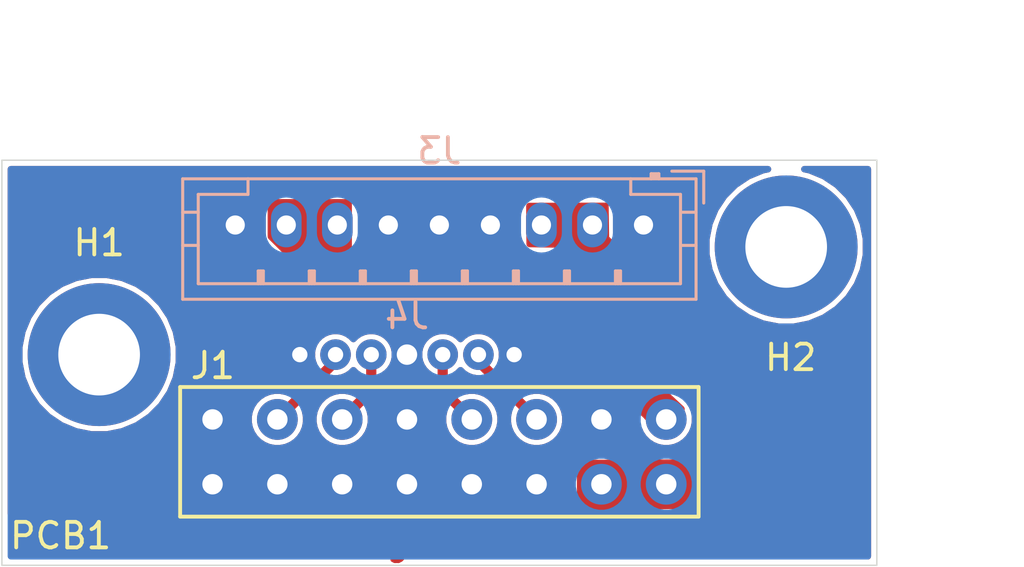
<source format=kicad_pcb>
(kicad_pcb (version 20171130) (host pcbnew 5.1.5-52549c5~86~ubuntu18.04.1)

  (general
    (thickness 0.5)
    (drawings 6)
    (tracks 8)
    (zones 0)
    (modules 6)
    (nets 8)
  )

  (page A4)
  (layers
    (0 F.Cu signal hide)
    (31 B.Cu signal hide)
    (32 B.Adhes user hide)
    (33 F.Adhes user hide)
    (34 B.Paste user hide)
    (35 F.Paste user hide)
    (36 B.SilkS user hide)
    (37 F.SilkS user)
    (38 B.Mask user hide)
    (39 F.Mask user)
    (40 Dwgs.User user)
    (41 Cmts.User user hide)
    (42 Eco1.User user hide)
    (43 Eco2.User user hide)
    (44 Edge.Cuts user)
    (45 Margin user hide)
    (46 B.CrtYd user hide)
    (47 F.CrtYd user)
    (48 B.Fab user hide)
    (49 F.Fab user)
  )

  (setup
    (last_trace_width 0.25)
    (trace_clearance 0.2)
    (zone_clearance 0.2)
    (zone_45_only no)
    (trace_min 0.2)
    (via_size 0.8)
    (via_drill 0.4)
    (via_min_size 0.4)
    (via_min_drill 0.3)
    (uvia_size 0.3)
    (uvia_drill 0.1)
    (uvias_allowed no)
    (uvia_min_size 0.2)
    (uvia_min_drill 0.1)
    (edge_width 0.05)
    (segment_width 0.2)
    (pcb_text_width 0.3)
    (pcb_text_size 1.5 1.5)
    (mod_edge_width 0.12)
    (mod_text_size 1 1)
    (mod_text_width 0.15)
    (pad_size 5.6 5.6)
    (pad_drill 3.2)
    (pad_to_mask_clearance 0.051)
    (solder_mask_min_width 0.25)
    (aux_axis_origin 0 0)
    (visible_elements FFFFFF7F)
    (pcbplotparams
      (layerselection 0x00030_7ffffffe)
      (usegerberextensions false)
      (usegerberattributes false)
      (usegerberadvancedattributes false)
      (creategerberjobfile false)
      (excludeedgelayer true)
      (linewidth 0.100000)
      (plotframeref true)
      (viasonmask false)
      (mode 1)
      (useauxorigin false)
      (hpglpennumber 1)
      (hpglpenspeed 20)
      (hpglpendiameter 15.000000)
      (psnegative false)
      (psa4output false)
      (plotreference true)
      (plotvalue true)
      (plotinvisibletext false)
      (padsonsilk false)
      (subtractmaskfromsilk false)
      (outputformat 4)
      (mirror false)
      (drillshape 0)
      (scaleselection 1)
      (outputdirectory "fabrication/"))
  )

  (net 0 "")
  (net 1 /Cable_Tx+)
  (net 2 /Cable_Tx-)
  (net 3 /Cable_Rx+)
  (net 4 /Cable_Rx-)
  (net 5 GNDA)
  (net 6 +12VA)
  (net 7 +5VA)

  (net_class Default "This is the default net class."
    (clearance 0.2)
    (trace_width 0.25)
    (via_dia 0.8)
    (via_drill 0.4)
    (uvia_dia 0.3)
    (uvia_drill 0.1)
    (add_net +12VA)
    (add_net +5VA)
    (add_net GNDA)
  )

  (net_class SATA_DIFF ""
    (clearance 0.2)
    (trace_width 0.4)
    (via_dia 0.8)
    (via_drill 0.4)
    (uvia_dia 0.3)
    (uvia_drill 0.1)
    (diff_pair_width 0.2)
    (diff_pair_gap 0.2)
    (add_net /Cable_Rx+)
    (add_net /Cable_Rx-)
    (add_net /Cable_Tx+)
    (add_net /Cable_Tx-)
  )

  (module G7_Labels:BaSe_SATA_Adapter_Carriage_V1_0 (layer F.Cu) (tedit 5EA49564) (tstamp 5EA4EE6F)
    (at 146.85264 65.09258)
    (path /5E8F10DB)
    (fp_text reference PCB1 (at -8.02894 -0.84328) (layer F.SilkS)
      (effects (font (size 1 1) (thickness 0.15)))
    )
    (fp_text value BaSe_SATA_SpringConn_V1_0 (at 7.57936 1.45542) (layer F.Fab)
      (effects (font (size 1 1) (thickness 0.15)))
    )
    (fp_text user BaSe_SATA_ADPT_Crg_V1_0 (at 0 -0.635) (layer F.Cu)
      (effects (font (size 1 1) (thickness 0.15)))
    )
    (fp_text user BaSe_SATA_ADPT_Car_V1_0 (at 0 -0.635) (layer F.Cu)
      (effects (font (size 1 1) (thickness 0.15)))
    )
  )

  (module Connector_JST:JST_PH_B9B-PH-K_1x09_P2.00mm_Vertical (layer B.Cu) (tedit 5B7745C2) (tstamp 5E8E8B16)
    (at 161.67 52.07 180)
    (descr "JST PH series connector, B9B-PH-K (http://www.jst-mfg.com/product/pdf/eng/ePH.pdf), generated with kicad-footprint-generator")
    (tags "connector JST PH side entry")
    (path /5EA11095)
    (fp_text reference J3 (at 8 2.9) (layer B.SilkS)
      (effects (font (size 1 1) (thickness 0.15)) (justify mirror))
    )
    (fp_text value Conn_01x09 (at 8 -4) (layer B.Fab)
      (effects (font (size 1 1) (thickness 0.15)) (justify mirror))
    )
    (fp_text user %R (at 8.635 -2.54) (layer B.Fab)
      (effects (font (size 1 1) (thickness 0.15)) (justify mirror))
    )
    (fp_line (start 18.45 2.2) (end -2.45 2.2) (layer B.CrtYd) (width 0.05))
    (fp_line (start 18.45 -3.3) (end 18.45 2.2) (layer B.CrtYd) (width 0.05))
    (fp_line (start -2.45 -3.3) (end 18.45 -3.3) (layer B.CrtYd) (width 0.05))
    (fp_line (start -2.45 2.2) (end -2.45 -3.3) (layer B.CrtYd) (width 0.05))
    (fp_line (start 17.95 1.7) (end -1.95 1.7) (layer B.Fab) (width 0.1))
    (fp_line (start 17.95 -2.8) (end 17.95 1.7) (layer B.Fab) (width 0.1))
    (fp_line (start -1.95 -2.8) (end 17.95 -2.8) (layer B.Fab) (width 0.1))
    (fp_line (start -1.95 1.7) (end -1.95 -2.8) (layer B.Fab) (width 0.1))
    (fp_line (start -2.36 2.11) (end -2.36 0.86) (layer B.Fab) (width 0.1))
    (fp_line (start -1.11 2.11) (end -2.36 2.11) (layer B.Fab) (width 0.1))
    (fp_line (start -2.36 2.11) (end -2.36 0.86) (layer B.SilkS) (width 0.12))
    (fp_line (start -1.11 2.11) (end -2.36 2.11) (layer B.SilkS) (width 0.12))
    (fp_line (start 15 -2.3) (end 15 -1.8) (layer B.SilkS) (width 0.12))
    (fp_line (start 15.1 -1.8) (end 15.1 -2.3) (layer B.SilkS) (width 0.12))
    (fp_line (start 14.9 -1.8) (end 15.1 -1.8) (layer B.SilkS) (width 0.12))
    (fp_line (start 14.9 -2.3) (end 14.9 -1.8) (layer B.SilkS) (width 0.12))
    (fp_line (start 13 -2.3) (end 13 -1.8) (layer B.SilkS) (width 0.12))
    (fp_line (start 13.1 -1.8) (end 13.1 -2.3) (layer B.SilkS) (width 0.12))
    (fp_line (start 12.9 -1.8) (end 13.1 -1.8) (layer B.SilkS) (width 0.12))
    (fp_line (start 12.9 -2.3) (end 12.9 -1.8) (layer B.SilkS) (width 0.12))
    (fp_line (start 11 -2.3) (end 11 -1.8) (layer B.SilkS) (width 0.12))
    (fp_line (start 11.1 -1.8) (end 11.1 -2.3) (layer B.SilkS) (width 0.12))
    (fp_line (start 10.9 -1.8) (end 11.1 -1.8) (layer B.SilkS) (width 0.12))
    (fp_line (start 10.9 -2.3) (end 10.9 -1.8) (layer B.SilkS) (width 0.12))
    (fp_line (start 9 -2.3) (end 9 -1.8) (layer B.SilkS) (width 0.12))
    (fp_line (start 9.1 -1.8) (end 9.1 -2.3) (layer B.SilkS) (width 0.12))
    (fp_line (start 8.9 -1.8) (end 9.1 -1.8) (layer B.SilkS) (width 0.12))
    (fp_line (start 8.9 -2.3) (end 8.9 -1.8) (layer B.SilkS) (width 0.12))
    (fp_line (start 7 -2.3) (end 7 -1.8) (layer B.SilkS) (width 0.12))
    (fp_line (start 7.1 -1.8) (end 7.1 -2.3) (layer B.SilkS) (width 0.12))
    (fp_line (start 6.9 -1.8) (end 7.1 -1.8) (layer B.SilkS) (width 0.12))
    (fp_line (start 6.9 -2.3) (end 6.9 -1.8) (layer B.SilkS) (width 0.12))
    (fp_line (start 5 -2.3) (end 5 -1.8) (layer B.SilkS) (width 0.12))
    (fp_line (start 5.1 -1.8) (end 5.1 -2.3) (layer B.SilkS) (width 0.12))
    (fp_line (start 4.9 -1.8) (end 5.1 -1.8) (layer B.SilkS) (width 0.12))
    (fp_line (start 4.9 -2.3) (end 4.9 -1.8) (layer B.SilkS) (width 0.12))
    (fp_line (start 3 -2.3) (end 3 -1.8) (layer B.SilkS) (width 0.12))
    (fp_line (start 3.1 -1.8) (end 3.1 -2.3) (layer B.SilkS) (width 0.12))
    (fp_line (start 2.9 -1.8) (end 3.1 -1.8) (layer B.SilkS) (width 0.12))
    (fp_line (start 2.9 -2.3) (end 2.9 -1.8) (layer B.SilkS) (width 0.12))
    (fp_line (start 1 -2.3) (end 1 -1.8) (layer B.SilkS) (width 0.12))
    (fp_line (start 1.1 -1.8) (end 1.1 -2.3) (layer B.SilkS) (width 0.12))
    (fp_line (start 0.9 -1.8) (end 1.1 -1.8) (layer B.SilkS) (width 0.12))
    (fp_line (start 0.9 -2.3) (end 0.9 -1.8) (layer B.SilkS) (width 0.12))
    (fp_line (start 18.06 -0.8) (end 17.45 -0.8) (layer B.SilkS) (width 0.12))
    (fp_line (start 18.06 0.5) (end 17.45 0.5) (layer B.SilkS) (width 0.12))
    (fp_line (start -2.06 -0.8) (end -1.45 -0.8) (layer B.SilkS) (width 0.12))
    (fp_line (start -2.06 0.5) (end -1.45 0.5) (layer B.SilkS) (width 0.12))
    (fp_line (start 15.5 1.2) (end 15.5 1.81) (layer B.SilkS) (width 0.12))
    (fp_line (start 17.45 1.2) (end 15.5 1.2) (layer B.SilkS) (width 0.12))
    (fp_line (start 17.45 -2.3) (end 17.45 1.2) (layer B.SilkS) (width 0.12))
    (fp_line (start -1.45 -2.3) (end 17.45 -2.3) (layer B.SilkS) (width 0.12))
    (fp_line (start -1.45 1.2) (end -1.45 -2.3) (layer B.SilkS) (width 0.12))
    (fp_line (start 0.5 1.2) (end -1.45 1.2) (layer B.SilkS) (width 0.12))
    (fp_line (start 0.5 1.81) (end 0.5 1.2) (layer B.SilkS) (width 0.12))
    (fp_line (start -0.3 1.91) (end -0.6 1.91) (layer B.SilkS) (width 0.12))
    (fp_line (start -0.6 2.01) (end -0.6 1.81) (layer B.SilkS) (width 0.12))
    (fp_line (start -0.3 2.01) (end -0.6 2.01) (layer B.SilkS) (width 0.12))
    (fp_line (start -0.3 1.81) (end -0.3 2.01) (layer B.SilkS) (width 0.12))
    (fp_line (start 18.06 1.81) (end -2.06 1.81) (layer B.SilkS) (width 0.12))
    (fp_line (start 18.06 -2.91) (end 18.06 1.81) (layer B.SilkS) (width 0.12))
    (fp_line (start -2.06 -2.91) (end 18.06 -2.91) (layer B.SilkS) (width 0.12))
    (fp_line (start -2.06 1.81) (end -2.06 -2.91) (layer B.SilkS) (width 0.12))
    (pad 9 thru_hole oval (at 16 0 180) (size 1.2 1.75) (drill 0.75) (layers *.Cu *.Mask)
      (net 5 GNDA))
    (pad 8 thru_hole oval (at 14 0 180) (size 1.2 1.75) (drill 0.75) (layers *.Cu *.Mask)
      (net 7 +5VA))
    (pad 7 thru_hole oval (at 12 0 180) (size 1.2 1.75) (drill 0.75) (layers *.Cu *.Mask)
      (net 7 +5VA))
    (pad 6 thru_hole oval (at 10 0 180) (size 1.2 1.75) (drill 0.75) (layers *.Cu *.Mask)
      (net 5 GNDA))
    (pad 5 thru_hole oval (at 8 0 180) (size 1.2 1.75) (drill 0.75) (layers *.Cu *.Mask)
      (net 5 GNDA))
    (pad 4 thru_hole oval (at 6 0 180) (size 1.2 1.75) (drill 0.75) (layers *.Cu *.Mask)
      (net 5 GNDA))
    (pad 3 thru_hole oval (at 4 0 180) (size 1.2 1.75) (drill 0.75) (layers *.Cu *.Mask)
      (net 6 +12VA))
    (pad 2 thru_hole oval (at 2 0 180) (size 1.2 1.75) (drill 0.75) (layers *.Cu *.Mask)
      (net 6 +12VA))
    (pad 1 thru_hole roundrect (at 0 0 180) (size 1.2 1.75) (drill 0.75) (layers *.Cu *.Mask) (roundrect_rratio 0.208333)
      (net 5 GNDA))
    (model ${KISYS3DMOD}/Connector_JST.3dshapes/JST_PH_B9B-PH-K_1x09_P2.00mm_Vertical.wrl
      (at (xyz 0 0 0))
      (scale (xyz 1 1 1))
      (rotate (xyz 0 0 0))
    )
  )

  (module G7_Custom:Conn_Spring_Counterpart_MaxMill_823-22-016-10-0001101 (layer F.Cu) (tedit 5EA1E817) (tstamp 5E8E74D2)
    (at 153.67 60.96 270)
    (path /5E96C9B7)
    (fp_text reference J1 (at -3.3782 8.8773 180) (layer F.SilkS)
      (effects (font (size 1 1) (thickness 0.15)))
    )
    (fp_text value Conn_02x08_Odd_Even (at -0.635 -12.065 90) (layer F.Fab) hide
      (effects (font (size 1 1) (thickness 0.15)))
    )
    (fp_line (start -2.54 -10.16) (end 2.54 -10.16) (layer F.SilkS) (width 0.15))
    (fp_line (start -2.54 -10.16) (end -2.54 10.16) (layer F.SilkS) (width 0.15))
    (fp_line (start -2.54 10.16) (end 2.54 10.16) (layer F.SilkS) (width 0.15))
    (fp_line (start 2.54 10.16) (end 2.54 -10.16) (layer F.SilkS) (width 0.15))
    (fp_line (start -2.54 -10.16) (end -2.54 10.16) (layer F.Fab) (width 0.12))
    (fp_line (start -2.54 10.16) (end 2.54 10.16) (layer F.Fab) (width 0.12))
    (fp_line (start 2.54 10.16) (end 2.54 -10.16) (layer F.Fab) (width 0.12))
    (fp_line (start 2.54 -10.16) (end -2.54 -10.16) (layer F.Fab) (width 0.12))
    (fp_line (start -2.54 -10.16) (end -2.54 -9.525) (layer F.Fab) (width 0.12))
    (fp_line (start -2.54 -9.525) (end -1.905 -10.16) (layer F.Fab) (width 0.12))
    (pad 1 thru_hole circle (at -1.27 -8.89 180) (size 1.6 1.6) (drill 0.8) (layers *.Cu *.Mask)
      (net 7 +5VA))
    (pad 2 thru_hole circle (at 1.27 -8.89 180) (size 1.6 1.6) (drill 0.8) (layers *.Cu *.Mask)
      (net 6 +12VA))
    (pad 3 thru_hole circle (at -1.27 -6.35 180) (size 1.6 1.6) (drill 0.8) (layers *.Cu *.Mask)
      (net 5 GNDA))
    (pad 4 thru_hole circle (at 1.27 -6.35 180) (size 1.6 1.6) (drill 0.8) (layers *.Cu *.Mask)
      (net 6 +12VA))
    (pad 5 thru_hole circle (at -1.27 -3.81 180) (size 1.6 1.6) (drill 0.8) (layers *.Cu *.Mask)
      (net 3 /Cable_Rx+))
    (pad 6 thru_hole circle (at 1.27 -3.81 180) (size 1.6 1.6) (drill 0.8) (layers *.Cu *.Mask)
      (net 5 GNDA))
    (pad 7 thru_hole circle (at -1.27 -1.27 180) (size 1.6 1.6) (drill 0.8) (layers *.Cu *.Mask)
      (net 4 /Cable_Rx-))
    (pad 8 thru_hole circle (at 1.27 -1.27 180) (size 1.6 1.6) (drill 0.8) (layers *.Cu *.Mask)
      (net 5 GNDA))
    (pad 9 thru_hole circle (at -1.27 1.27 180) (size 1.6 1.6) (drill 0.8) (layers *.Cu *.Mask)
      (net 5 GNDA))
    (pad 10 thru_hole circle (at 1.27 1.27 180) (size 1.6 1.6) (drill 0.8) (layers *.Cu *.Mask)
      (net 5 GNDA))
    (pad 11 thru_hole circle (at -1.27 3.81 180) (size 1.6 1.6) (drill 0.8) (layers *.Cu *.Mask)
      (net 2 /Cable_Tx-))
    (pad 12 thru_hole circle (at 1.27 3.81 180) (size 1.6 1.6) (drill 0.8) (layers *.Cu *.Mask)
      (net 5 GNDA))
    (pad 13 thru_hole circle (at -1.27 6.35 180) (size 1.6 1.6) (drill 0.8) (layers *.Cu *.Mask)
      (net 1 /Cable_Tx+))
    (pad 14 thru_hole circle (at 1.27 6.35 180) (size 1.6 1.6) (drill 0.8) (layers *.Cu *.Mask)
      (net 5 GNDA))
    (pad 15 thru_hole circle (at -1.27 8.89 180) (size 1.6 1.6) (drill 0.8) (layers *.Cu *.Mask)
      (net 5 GNDA))
    (pad 16 thru_hole circle (at 1.27 8.89 180) (size 1.6 1.6) (drill 0.8) (layers *.Cu *.Mask)
      (net 5 GNDA))
    (model ${G7_3D}/10_Elektronik/11_Steckverbinder/Conn_Spring_Counterpart_MaxMill_021.step
      (at (xyz 0 0 0))
      (scale (xyz 1 1 1))
      (rotate (xyz 0 0 0))
    )
  )

  (module G7_Custom:SATA_Cable_Intake (layer B.Cu) (tedit 5E8F4C16) (tstamp 5E8E3826)
    (at 152.4 57.15)
    (path /5E8F68D1)
    (fp_text reference J4 (at 0 -1.524) (layer B.SilkS)
      (effects (font (size 1 1) (thickness 0.15)) (justify mirror))
    )
    (fp_text value Conn_01x07_Female (at 0 1.778) (layer B.Fab)
      (effects (font (size 1 1) (thickness 0.15)) (justify mirror))
    )
    (pad 1 thru_hole circle (at -4.2 0) (size 1.2 1.2) (drill 0.6) (layers *.Cu *.Mask)
      (net 5 GNDA))
    (pad 2 thru_hole circle (at -2.8 0) (size 1.2 1.2) (drill 0.6) (layers *.Cu *.Mask)
      (net 1 /Cable_Tx+))
    (pad 3 thru_hole circle (at -1.4 0) (size 1.2 1.2) (drill 0.6) (layers *.Cu *.Mask)
      (net 2 /Cable_Tx-))
    (pad 7 thru_hole circle (at 4.2 0) (size 1.2 1.2) (drill 0.6) (layers *.Cu *.Mask)
      (net 5 GNDA))
    (pad 6 thru_hole circle (at 2.8 0) (size 1.2 1.2) (drill 0.6) (layers *.Cu *.Mask)
      (net 3 /Cable_Rx+))
    (pad 5 thru_hole circle (at 1.4 0) (size 1.2 1.2) (drill 0.6) (layers *.Cu *.Mask)
      (net 4 /Cable_Rx-))
    (pad 4 thru_hole circle (at 0 0) (size 1.2 1.2) (drill 0.8) (layers *.Cu *.Mask)
      (net 5 GNDA))
    (model ${G7_3D}/10_Elektronik/11_Steckverbinder/SATA_Cable_Intake.step
      (at (xyz 0 0 0))
      (scale (xyz 1 1 1))
      (rotate (xyz 0 0 0))
    )
  )

  (module MountingHole:MountingHole_3.2mm_M3_DIN965_Pad (layer F.Cu) (tedit 5EA4903D) (tstamp 5E8CFC4E)
    (at 167.26154 52.92852 180)
    (descr "Mounting Hole 3.2mm, M3, DIN965")
    (tags "mounting hole 3.2mm m3 din965")
    (path /5E8F29F7)
    (attr virtual)
    (fp_text reference H2 (at -0.17526 -4.33578) (layer F.SilkS)
      (effects (font (size 1 1) (thickness 0.15)))
    )
    (fp_text value MountingHole_Pad (at 3.96494 2.28092) (layer F.Fab) hide
      (effects (font (size 1 1) (thickness 0.15)))
    )
    (fp_circle (center 0 0) (end 3.05 0) (layer F.CrtYd) (width 0.05))
    (fp_circle (center 0 0) (end 2.8 0) (layer Cmts.User) (width 0.15))
    (fp_text user %R (at 0.3 0) (layer F.Fab)
      (effects (font (size 1 1) (thickness 0.15)))
    )
    (pad 1 thru_hole circle (at 0 0 180) (size 5.6 5.6) (drill 3.2) (layers *.Cu *.Mask))
  )

  (module MountingHole:MountingHole_3.2mm_M3_DIN965_Pad (layer F.Cu) (tedit 56D1B4CB) (tstamp 5E8CFC46)
    (at 140.335 57.15 180)
    (descr "Mounting Hole 3.2mm, M3, DIN965")
    (tags "mounting hole 3.2mm m3 din965")
    (path /5E8F29F1)
    (attr virtual)
    (fp_text reference H1 (at 0 4.3815) (layer F.SilkS)
      (effects (font (size 1 1) (thickness 0.15)))
    )
    (fp_text value MountingHole_Pad (at -3.6068 5.1308) (layer F.Fab) hide
      (effects (font (size 1 1) (thickness 0.15)))
    )
    (fp_circle (center 0 0) (end 3.05 0) (layer F.CrtYd) (width 0.05))
    (fp_circle (center 0 0) (end 2.8 0) (layer Cmts.User) (width 0.15))
    (fp_text user %R (at 0.3 0) (layer F.Fab)
      (effects (font (size 1 1) (thickness 0.15)))
    )
    (pad 1 thru_hole circle (at 0 0 180) (size 5.6 5.6) (drill 3.2) (layers *.Cu *.Mask))
  )

  (dimension 15.875 (width 0.15) (layer Dwgs.User)
    (gr_text "15,875 mm" (at 175.2392 57.4675 90) (layer Dwgs.User)
      (effects (font (size 1 1) (thickness 0.15)))
    )
    (feature1 (pts (xy 170.815 49.53) (xy 174.525621 49.53)))
    (feature2 (pts (xy 170.815 65.405) (xy 174.525621 65.405)))
    (crossbar (pts (xy 173.9392 65.405) (xy 173.9392 49.53)))
    (arrow1a (pts (xy 173.9392 49.53) (xy 174.525621 50.656504)))
    (arrow1b (pts (xy 173.9392 49.53) (xy 173.352779 50.656504)))
    (arrow2a (pts (xy 173.9392 65.405) (xy 174.525621 64.278496)))
    (arrow2b (pts (xy 173.9392 65.405) (xy 173.352779 64.278496)))
  )
  (dimension 34.29 (width 0.15) (layer Dwgs.User)
    (gr_text "34,290 mm" (at 153.67 43.9501) (layer Dwgs.User)
      (effects (font (size 1 1) (thickness 0.15)))
    )
    (feature1 (pts (xy 170.815 49.53) (xy 170.815 44.663679)))
    (feature2 (pts (xy 136.525 49.53) (xy 136.525 44.663679)))
    (crossbar (pts (xy 136.525 45.2501) (xy 170.815 45.2501)))
    (arrow1a (pts (xy 170.815 45.2501) (xy 169.688496 45.836521)))
    (arrow1b (pts (xy 170.815 45.2501) (xy 169.688496 44.663679)))
    (arrow2a (pts (xy 136.525 45.2501) (xy 137.651504 45.836521)))
    (arrow2b (pts (xy 136.525 45.2501) (xy 137.651504 44.663679)))
  )
  (gr_line (start 136.525 49.53) (end 136.525 65.405) (layer Edge.Cuts) (width 0.05))
  (gr_line (start 170.815 49.53) (end 136.525 49.53) (layer Edge.Cuts) (width 0.05))
  (gr_line (start 170.815 65.405) (end 170.815 49.53) (layer Edge.Cuts) (width 0.05))
  (gr_line (start 136.525 65.405) (end 170.815 65.405) (layer Edge.Cuts) (width 0.05))

  (segment (start 149.6 57.41) (end 149.6 57.15) (width 0.4) (layer F.Cu) (net 1))
  (segment (start 147.32 59.69) (end 149.6 57.41) (width 0.4) (layer F.Cu) (net 1))
  (segment (start 151 58.55) (end 151 57.15) (width 0.4) (layer F.Cu) (net 2))
  (segment (start 149.86 59.69) (end 151 58.55) (width 0.4) (layer F.Cu) (net 2))
  (segment (start 155.2 57.41) (end 155.2 57.15) (width 0.4) (layer F.Cu) (net 3))
  (segment (start 157.48 59.69) (end 155.2 57.41) (width 0.4) (layer F.Cu) (net 3))
  (segment (start 153.8 58.55) (end 153.8 57.15) (width 0.4) (layer F.Cu) (net 4))
  (segment (start 154.94 59.69) (end 153.8 58.55) (width 0.4) (layer F.Cu) (net 4))

  (zone (net 7) (net_name +5VA) (layer F.Cu) (tstamp 5EA5CADE) (hatch edge 0.508)
    (priority 2)
    (connect_pads yes (clearance 0.3))
    (min_thickness 0.254)
    (fill yes (arc_segments 32) (thermal_gap 0.508) (thermal_bridge_width 0.508))
    (polygon
      (pts
        (xy 161.6964 59.64936) (xy 157.239701 55.383434) (xy 149.75994 55.370726) (xy 146.939 52.578) (xy 146.939 51.054)
        (xy 150.241 51.054) (xy 150.241 52.959) (xy 151.126618 54.20614) (xy 157.835649 54.155863) (xy 163.28898 59.22772)
        (xy 163.256673 59.681284) (xy 161.700768 59.729197)
      )
    )
    (filled_polygon
      (pts
        (xy 150.114 52.959) (xy 150.11644 52.983776) (xy 150.123667 53.007601) (xy 150.137452 53.032531) (xy 151.02307 54.279671)
        (xy 151.039405 54.29846) (xy 151.059091 54.3137) (xy 151.081373 54.324807) (xy 151.105393 54.331354) (xy 151.12757 54.333136)
        (xy 157.786122 54.283237) (xy 163.157983 59.279323) (xy 163.138142 59.557874) (xy 161.812459 59.598697) (xy 161.810902 59.594422)
        (xy 161.797984 59.573139) (xy 161.784217 59.557615) (xy 157.327518 55.291689) (xy 157.307933 55.27632) (xy 157.285725 55.265067)
        (xy 157.261748 55.258362) (xy 157.239917 55.256434) (xy 149.812261 55.243815) (xy 147.066 52.52502) (xy 147.066 51.181)
        (xy 150.114 51.181)
      )
    )
  )
  (zone (net 5) (net_name GNDA) (layer F.Cu) (tstamp 5EA5CADB) (hatch edge 0.508)
    (connect_pads yes (clearance 0.2))
    (min_thickness 0.254)
    (fill yes (arc_segments 32) (thermal_gap 0.508) (thermal_bridge_width 0.508))
    (polygon
      (pts
        (xy 136.525 49.53) (xy 170.815 49.53) (xy 170.815 65.405) (xy 136.525 65.405)
      )
    )
    (filled_polygon
      (pts
        (xy 166.349428 49.921689) (xy 165.78035 50.157409) (xy 165.268194 50.499621) (xy 164.832641 50.935174) (xy 164.490429 51.44733)
        (xy 164.254709 52.016408) (xy 164.13454 52.620537) (xy 164.13454 53.236503) (xy 164.254709 53.840632) (xy 164.490429 54.40971)
        (xy 164.832641 54.921866) (xy 165.268194 55.357419) (xy 165.78035 55.699631) (xy 166.349428 55.935351) (xy 166.953557 56.05552)
        (xy 167.569523 56.05552) (xy 168.173652 55.935351) (xy 168.74273 55.699631) (xy 169.254886 55.357419) (xy 169.690439 54.921866)
        (xy 170.032651 54.40971) (xy 170.268371 53.840632) (xy 170.38854 53.236503) (xy 170.38854 52.620537) (xy 170.268371 52.016408)
        (xy 170.032651 51.44733) (xy 169.690439 50.935174) (xy 169.254886 50.499621) (xy 168.74273 50.157409) (xy 168.173652 49.921689)
        (xy 167.974122 49.882) (xy 170.463001 49.882) (xy 170.463 65.053) (xy 157.183212 65.053) (xy 157.183212 63.37308)
        (xy 136.877 63.37308) (xy 136.877 56.842017) (xy 137.208 56.842017) (xy 137.208 57.457983) (xy 137.328169 58.062112)
        (xy 137.563889 58.63119) (xy 137.906101 59.143346) (xy 138.341654 59.578899) (xy 138.85381 59.921111) (xy 139.422888 60.156831)
        (xy 140.027017 60.277) (xy 140.642983 60.277) (xy 141.247112 60.156831) (xy 141.81619 59.921111) (xy 142.328194 59.579)
        (xy 146.193 59.579) (xy 146.193 59.801) (xy 146.23631 60.018734) (xy 146.321266 60.223835) (xy 146.444602 60.408421)
        (xy 146.601579 60.565398) (xy 146.786165 60.688734) (xy 146.991266 60.77369) (xy 147.209 60.817) (xy 147.431 60.817)
        (xy 147.648734 60.77369) (xy 147.853835 60.688734) (xy 148.038421 60.565398) (xy 148.195398 60.408421) (xy 148.318734 60.223835)
        (xy 148.40369 60.018734) (xy 148.447 59.801) (xy 148.447 59.579) (xy 148.40369 59.361266) (xy 148.400859 59.354431)
        (xy 149.67829 58.077) (xy 149.691301 58.077) (xy 149.870396 58.041376) (xy 150.039099 57.971496) (xy 150.190928 57.870048)
        (xy 150.3 57.760976) (xy 150.409072 57.870048) (xy 150.473 57.912763) (xy 150.473 58.33171) (xy 150.195569 58.609141)
        (xy 150.188734 58.60631) (xy 149.971 58.563) (xy 149.749 58.563) (xy 149.531266 58.60631) (xy 149.326165 58.691266)
        (xy 149.141579 58.814602) (xy 148.984602 58.971579) (xy 148.861266 59.156165) (xy 148.77631 59.361266) (xy 148.733 59.579)
        (xy 148.733 59.801) (xy 148.77631 60.018734) (xy 148.861266 60.223835) (xy 148.984602 60.408421) (xy 149.141579 60.565398)
        (xy 149.326165 60.688734) (xy 149.531266 60.77369) (xy 149.749 60.817) (xy 149.971 60.817) (xy 150.188734 60.77369)
        (xy 150.393835 60.688734) (xy 150.578421 60.565398) (xy 150.735398 60.408421) (xy 150.858734 60.223835) (xy 150.94369 60.018734)
        (xy 150.987 59.801) (xy 150.987 59.579) (xy 150.94369 59.361266) (xy 150.940859 59.354431) (xy 151.354339 58.940951)
        (xy 151.374448 58.924448) (xy 151.440304 58.844202) (xy 151.489239 58.75265) (xy 151.519374 58.65331) (xy 151.527 58.575881)
        (xy 151.527 58.575879) (xy 151.529549 58.550001) (xy 151.527 58.524123) (xy 151.527 57.912763) (xy 151.590928 57.870048)
        (xy 151.720048 57.740928) (xy 151.821496 57.589099) (xy 151.891376 57.420396) (xy 151.927 57.241301) (xy 151.927 57.058699)
        (xy 152.873 57.058699) (xy 152.873 57.241301) (xy 152.908624 57.420396) (xy 152.978504 57.589099) (xy 153.079952 57.740928)
        (xy 153.209072 57.870048) (xy 153.273 57.912763) (xy 153.273 58.524119) (xy 153.270451 58.55) (xy 153.273 58.57588)
        (xy 153.280626 58.653309) (xy 153.310761 58.752649) (xy 153.359696 58.844202) (xy 153.425552 58.924448) (xy 153.445666 58.940955)
        (xy 153.859141 59.354431) (xy 153.85631 59.361266) (xy 153.813 59.579) (xy 153.813 59.801) (xy 153.85631 60.018734)
        (xy 153.941266 60.223835) (xy 154.064602 60.408421) (xy 154.221579 60.565398) (xy 154.406165 60.688734) (xy 154.611266 60.77369)
        (xy 154.829 60.817) (xy 155.051 60.817) (xy 155.268734 60.77369) (xy 155.473835 60.688734) (xy 155.658421 60.565398)
        (xy 155.815398 60.408421) (xy 155.938734 60.223835) (xy 156.02369 60.018734) (xy 156.067 59.801) (xy 156.067 59.579)
        (xy 156.02369 59.361266) (xy 155.938734 59.156165) (xy 155.815398 58.971579) (xy 155.658421 58.814602) (xy 155.473835 58.691266)
        (xy 155.268734 58.60631) (xy 155.051 58.563) (xy 154.829 58.563) (xy 154.611266 58.60631) (xy 154.604431 58.609141)
        (xy 154.327 58.331711) (xy 154.327 57.912763) (xy 154.390928 57.870048) (xy 154.5 57.760976) (xy 154.609072 57.870048)
        (xy 154.760901 57.971496) (xy 154.929604 58.041376) (xy 155.108699 58.077) (xy 155.121711 58.077) (xy 156.399141 59.354431)
        (xy 156.39631 59.361266) (xy 156.353 59.579) (xy 156.353 59.801) (xy 156.39631 60.018734) (xy 156.481266 60.223835)
        (xy 156.604602 60.408421) (xy 156.761579 60.565398) (xy 156.946165 60.688734) (xy 157.151266 60.77369) (xy 157.369 60.817)
        (xy 157.591 60.817) (xy 157.808734 60.77369) (xy 158.013835 60.688734) (xy 158.198421 60.565398) (xy 158.355398 60.408421)
        (xy 158.478734 60.223835) (xy 158.56369 60.018734) (xy 158.607 59.801) (xy 158.607 59.579) (xy 158.56369 59.361266)
        (xy 158.478734 59.156165) (xy 158.355398 58.971579) (xy 158.198421 58.814602) (xy 158.013835 58.691266) (xy 157.808734 58.60631)
        (xy 157.591 58.563) (xy 157.369 58.563) (xy 157.151266 58.60631) (xy 157.144431 58.609141) (xy 156.051633 57.516344)
        (xy 156.091376 57.420396) (xy 156.127 57.241301) (xy 156.127 57.058699) (xy 156.091376 56.879604) (xy 156.021496 56.710901)
        (xy 155.920048 56.559072) (xy 155.790928 56.429952) (xy 155.639099 56.328504) (xy 155.470396 56.258624) (xy 155.291301 56.223)
        (xy 155.108699 56.223) (xy 154.929604 56.258624) (xy 154.760901 56.328504) (xy 154.609072 56.429952) (xy 154.5 56.539024)
        (xy 154.390928 56.429952) (xy 154.239099 56.328504) (xy 154.070396 56.258624) (xy 153.891301 56.223) (xy 153.708699 56.223)
        (xy 153.529604 56.258624) (xy 153.360901 56.328504) (xy 153.209072 56.429952) (xy 153.079952 56.559072) (xy 152.978504 56.710901)
        (xy 152.908624 56.879604) (xy 152.873 57.058699) (xy 151.927 57.058699) (xy 151.891376 56.879604) (xy 151.821496 56.710901)
        (xy 151.720048 56.559072) (xy 151.590928 56.429952) (xy 151.439099 56.328504) (xy 151.270396 56.258624) (xy 151.091301 56.223)
        (xy 150.908699 56.223) (xy 150.729604 56.258624) (xy 150.560901 56.328504) (xy 150.409072 56.429952) (xy 150.3 56.539024)
        (xy 150.190928 56.429952) (xy 150.039099 56.328504) (xy 149.870396 56.258624) (xy 149.691301 56.223) (xy 149.508699 56.223)
        (xy 149.329604 56.258624) (xy 149.160901 56.328504) (xy 149.009072 56.429952) (xy 148.879952 56.559072) (xy 148.778504 56.710901)
        (xy 148.708624 56.879604) (xy 148.673 57.058699) (xy 148.673 57.241301) (xy 148.708624 57.420396) (xy 148.748367 57.516343)
        (xy 147.655569 58.609141) (xy 147.648734 58.60631) (xy 147.431 58.563) (xy 147.209 58.563) (xy 146.991266 58.60631)
        (xy 146.786165 58.691266) (xy 146.601579 58.814602) (xy 146.444602 58.971579) (xy 146.321266 59.156165) (xy 146.23631 59.361266)
        (xy 146.193 59.579) (xy 142.328194 59.579) (xy 142.328346 59.578899) (xy 142.763899 59.143346) (xy 143.106111 58.63119)
        (xy 143.341831 58.062112) (xy 143.462 57.457983) (xy 143.462 56.842017) (xy 143.341831 56.237888) (xy 143.106111 55.66881)
        (xy 142.763899 55.156654) (xy 142.328346 54.721101) (xy 141.81619 54.378889) (xy 141.247112 54.143169) (xy 140.642983 54.023)
        (xy 140.027017 54.023) (xy 139.422888 54.143169) (xy 138.85381 54.378889) (xy 138.341654 54.721101) (xy 137.906101 55.156654)
        (xy 137.563889 55.66881) (xy 137.328169 56.237888) (xy 137.208 56.842017) (xy 136.877 56.842017) (xy 136.877 51.054)
        (xy 146.512 51.054) (xy 146.512 52.578) (xy 146.520629 52.663407) (xy 146.54533 52.743386) (xy 146.585159 52.81701)
        (xy 146.638587 52.881448) (xy 149.459527 55.674174) (xy 149.522109 55.72536) (xy 149.595864 55.764944) (xy 149.675925 55.789379)
        (xy 149.759215 55.797725) (xy 157.067973 55.810142) (xy 161.295221 59.856439) (xy 161.311488 59.904668) (xy 161.353201 59.977241)
        (xy 161.40827 60.040282) (xy 161.47458 60.091368) (xy 161.514614 60.111207) (xy 161.561266 60.223835) (xy 161.684602 60.408421)
        (xy 161.841579 60.565398) (xy 162.026165 60.688734) (xy 162.231266 60.77369) (xy 162.449 60.817) (xy 162.671 60.817)
        (xy 162.888734 60.77369) (xy 163.093835 60.688734) (xy 163.278421 60.565398) (xy 163.435398 60.408421) (xy 163.558734 60.223835)
        (xy 163.64369 60.018734) (xy 163.687 59.801) (xy 163.687 59.649765) (xy 163.714901 59.258058) (xy 163.7157 59.212254)
        (xy 163.704483 59.129302) (xy 163.677299 59.050133) (xy 163.635192 58.977788) (xy 163.57978 58.915047) (xy 158.126449 53.84319)
        (xy 158.07021 53.799058) (xy 157.996094 53.760153) (xy 157.915812 53.736455) (xy 157.832449 53.728875) (xy 151.345931 53.777485)
        (xy 150.668 52.822812) (xy 150.668 51.202164) (xy 156.642789 51.202164) (xy 156.654485 52.943547) (xy 156.661411 53.017332)
        (xy 156.684437 53.097809) (xy 156.722721 53.172248) (xy 156.774791 53.237788) (xy 156.838647 53.29191) (xy 156.911835 53.332535)
        (xy 156.991542 53.358101) (xy 157.074705 53.367625) (xy 158.678504 53.393058) (xy 163.97196 58.755278) (xy 163.97196 60.824281)
        (xy 159.056652 60.843966) (xy 158.974423 60.852295) (xy 158.894357 60.876715) (xy 158.820595 60.916286) (xy 158.755969 60.969487)
        (xy 158.702965 61.034274) (xy 158.663618 61.108156) (xy 158.639441 61.188295) (xy 158.631362 61.271611) (xy 158.634398 63.270965)
        (xy 158.64416 63.361097) (xy 158.669887 63.440752) (xy 158.71066 63.513857) (xy 158.764912 63.577603) (xy 158.830557 63.629541)
        (xy 158.905074 63.667673) (xy 158.985598 63.690535) (xy 159.069035 63.697249) (xy 166.022511 63.572868) (xy 166.092876 63.565751)
        (xy 166.173279 63.542467) (xy 166.247595 63.503945) (xy 166.312967 63.451664) (xy 166.366884 63.387635) (xy 166.407273 63.314317)
        (xy 166.432583 63.234528) (xy 166.44184 63.151335) (xy 166.503782 58.252679) (xy 166.495329 58.162568) (xy 166.470761 58.082548)
        (xy 166.431053 58.008858) (xy 166.377733 57.944331) (xy 160.747844 52.3522) (xy 160.730172 51.18671) (xy 160.721858 51.109089)
        (xy 160.697408 51.029033) (xy 160.657809 50.955285) (xy 160.604584 50.890679) (xy 160.539778 50.837699) (xy 160.465881 50.798379)
        (xy 160.385733 50.774232) (xy 160.302414 50.766185) (xy 157.068972 50.772297) (xy 156.983665 50.78107) (xy 156.903727 50.805906)
        (xy 156.830171 50.84586) (xy 156.765823 50.899396) (xy 156.713156 50.964457) (xy 156.674194 51.038543) (xy 156.650434 51.118807)
        (xy 156.642789 51.202164) (xy 150.668 51.202164) (xy 150.668 51.054) (xy 150.659795 50.970696) (xy 150.635497 50.890594)
        (xy 150.596038 50.816772) (xy 150.542935 50.752065) (xy 150.478228 50.698962) (xy 150.404406 50.659503) (xy 150.324304 50.635205)
        (xy 150.241 50.627) (xy 146.939 50.627) (xy 146.855696 50.635205) (xy 146.775594 50.659503) (xy 146.701772 50.698962)
        (xy 146.637065 50.752065) (xy 146.583962 50.816772) (xy 146.544503 50.890594) (xy 146.520205 50.970696) (xy 146.512 51.054)
        (xy 136.877 51.054) (xy 136.877 49.882) (xy 166.548958 49.882)
      )
    )
  )
  (zone (net 6) (net_name +12VA) (layer F.Cu) (tstamp 5EA5CAD8) (hatch edge 0.508)
    (priority 4)
    (connect_pads yes (clearance 0.3))
    (min_thickness 0.254)
    (fill yes (arc_segments 32) (thermal_gap 0.508) (thermal_bridge_width 0.508))
    (polygon
      (pts
        (xy 160.32353 52.532579) (xy 166.076816 58.24728) (xy 166.014874 63.145936) (xy 159.061398 63.270317) (xy 159.058362 61.270963)
        (xy 164.39896 61.249575) (xy 164.39896 58.58002) (xy 158.859775 52.968879) (xy 157.081475 52.940679) (xy 157.069779 51.199296)
        (xy 160.303221 51.193184)
      )
    )
    (filled_polygon
      (pts
        (xy 160.196545 52.534504) (xy 160.19936 52.559241) (xy 160.206948 52.582953) (xy 160.219015 52.604729) (xy 160.23403 52.622683)
        (xy 165.949146 58.29947) (xy 165.889441 63.021159) (xy 159.188202 63.141028) (xy 159.185554 61.397455) (xy 164.399469 61.376574)
        (xy 164.424235 61.374035) (xy 164.44803 61.366712) (xy 164.46994 61.354888) (xy 164.489121 61.339017) (xy 164.504838 61.319709)
        (xy 164.516486 61.297706) (xy 164.523618 61.273852) (xy 164.52596 61.249575) (xy 164.52596 58.58002) (xy 164.52352 58.555244)
        (xy 164.516293 58.531419) (xy 164.504557 58.509463) (xy 164.48934 58.490799) (xy 158.950155 52.879658) (xy 158.931012 52.86374)
        (xy 158.909132 52.851862) (xy 158.885355 52.844482) (xy 158.861789 52.841895) (xy 157.207638 52.815664) (xy 157.197633 51.326055)
        (xy 160.178136 51.320421)
      )
    )
  )
  (zone (net 5) (net_name GNDA) (layer B.Cu) (tstamp 5EA5CAD5) (hatch edge 0.508)
    (connect_pads yes (clearance 0.2))
    (min_thickness 0.254)
    (fill yes (arc_segments 32) (thermal_gap 0.508) (thermal_bridge_width 0.508))
    (polygon
      (pts
        (xy 170.8277 65.39992) (xy 136.50214 65.39992) (xy 136.50214 49.53508) (xy 170.8277 49.53508)
      )
    )
    (filled_polygon
      (pts
        (xy 166.349428 49.921689) (xy 165.78035 50.157409) (xy 165.268194 50.499621) (xy 164.832641 50.935174) (xy 164.490429 51.44733)
        (xy 164.254709 52.016408) (xy 164.13454 52.620537) (xy 164.13454 53.236503) (xy 164.254709 53.840632) (xy 164.490429 54.40971)
        (xy 164.832641 54.921866) (xy 165.268194 55.357419) (xy 165.78035 55.699631) (xy 166.349428 55.935351) (xy 166.953557 56.05552)
        (xy 167.569523 56.05552) (xy 168.173652 55.935351) (xy 168.74273 55.699631) (xy 169.254886 55.357419) (xy 169.690439 54.921866)
        (xy 170.032651 54.40971) (xy 170.268371 53.840632) (xy 170.38854 53.236503) (xy 170.38854 52.620537) (xy 170.268371 52.016408)
        (xy 170.032651 51.44733) (xy 169.690439 50.935174) (xy 169.254886 50.499621) (xy 168.74273 50.157409) (xy 168.173652 49.921689)
        (xy 167.974122 49.882) (xy 170.463001 49.882) (xy 170.463 65.053) (xy 136.877 65.053) (xy 136.877 62.119)
        (xy 158.893 62.119) (xy 158.893 62.341) (xy 158.93631 62.558734) (xy 159.021266 62.763835) (xy 159.144602 62.948421)
        (xy 159.301579 63.105398) (xy 159.486165 63.228734) (xy 159.691266 63.31369) (xy 159.909 63.357) (xy 160.131 63.357)
        (xy 160.348734 63.31369) (xy 160.553835 63.228734) (xy 160.738421 63.105398) (xy 160.895398 62.948421) (xy 161.018734 62.763835)
        (xy 161.10369 62.558734) (xy 161.147 62.341) (xy 161.147 62.119) (xy 161.433 62.119) (xy 161.433 62.341)
        (xy 161.47631 62.558734) (xy 161.561266 62.763835) (xy 161.684602 62.948421) (xy 161.841579 63.105398) (xy 162.026165 63.228734)
        (xy 162.231266 63.31369) (xy 162.449 63.357) (xy 162.671 63.357) (xy 162.888734 63.31369) (xy 163.093835 63.228734)
        (xy 163.278421 63.105398) (xy 163.435398 62.948421) (xy 163.558734 62.763835) (xy 163.64369 62.558734) (xy 163.687 62.341)
        (xy 163.687 62.119) (xy 163.64369 61.901266) (xy 163.558734 61.696165) (xy 163.435398 61.511579) (xy 163.278421 61.354602)
        (xy 163.093835 61.231266) (xy 162.888734 61.14631) (xy 162.671 61.103) (xy 162.449 61.103) (xy 162.231266 61.14631)
        (xy 162.026165 61.231266) (xy 161.841579 61.354602) (xy 161.684602 61.511579) (xy 161.561266 61.696165) (xy 161.47631 61.901266)
        (xy 161.433 62.119) (xy 161.147 62.119) (xy 161.10369 61.901266) (xy 161.018734 61.696165) (xy 160.895398 61.511579)
        (xy 160.738421 61.354602) (xy 160.553835 61.231266) (xy 160.348734 61.14631) (xy 160.131 61.103) (xy 159.909 61.103)
        (xy 159.691266 61.14631) (xy 159.486165 61.231266) (xy 159.301579 61.354602) (xy 159.144602 61.511579) (xy 159.021266 61.696165)
        (xy 158.93631 61.901266) (xy 158.893 62.119) (xy 136.877 62.119) (xy 136.877 56.842017) (xy 137.208 56.842017)
        (xy 137.208 57.457983) (xy 137.328169 58.062112) (xy 137.563889 58.63119) (xy 137.906101 59.143346) (xy 138.341654 59.578899)
        (xy 138.85381 59.921111) (xy 139.422888 60.156831) (xy 140.027017 60.277) (xy 140.642983 60.277) (xy 141.247112 60.156831)
        (xy 141.81619 59.921111) (xy 142.328194 59.579) (xy 146.193 59.579) (xy 146.193 59.801) (xy 146.23631 60.018734)
        (xy 146.321266 60.223835) (xy 146.444602 60.408421) (xy 146.601579 60.565398) (xy 146.786165 60.688734) (xy 146.991266 60.77369)
        (xy 147.209 60.817) (xy 147.431 60.817) (xy 147.648734 60.77369) (xy 147.853835 60.688734) (xy 148.038421 60.565398)
        (xy 148.195398 60.408421) (xy 148.318734 60.223835) (xy 148.40369 60.018734) (xy 148.447 59.801) (xy 148.447 59.579)
        (xy 148.733 59.579) (xy 148.733 59.801) (xy 148.77631 60.018734) (xy 148.861266 60.223835) (xy 148.984602 60.408421)
        (xy 149.141579 60.565398) (xy 149.326165 60.688734) (xy 149.531266 60.77369) (xy 149.749 60.817) (xy 149.971 60.817)
        (xy 150.188734 60.77369) (xy 150.393835 60.688734) (xy 150.578421 60.565398) (xy 150.735398 60.408421) (xy 150.858734 60.223835)
        (xy 150.94369 60.018734) (xy 150.987 59.801) (xy 150.987 59.579) (xy 153.813 59.579) (xy 153.813 59.801)
        (xy 153.85631 60.018734) (xy 153.941266 60.223835) (xy 154.064602 60.408421) (xy 154.221579 60.565398) (xy 154.406165 60.688734)
        (xy 154.611266 60.77369) (xy 154.829 60.817) (xy 155.051 60.817) (xy 155.268734 60.77369) (xy 155.473835 60.688734)
        (xy 155.658421 60.565398) (xy 155.815398 60.408421) (xy 155.938734 60.223835) (xy 156.02369 60.018734) (xy 156.067 59.801)
        (xy 156.067 59.579) (xy 156.353 59.579) (xy 156.353 59.801) (xy 156.39631 60.018734) (xy 156.481266 60.223835)
        (xy 156.604602 60.408421) (xy 156.761579 60.565398) (xy 156.946165 60.688734) (xy 157.151266 60.77369) (xy 157.369 60.817)
        (xy 157.591 60.817) (xy 157.808734 60.77369) (xy 158.013835 60.688734) (xy 158.198421 60.565398) (xy 158.355398 60.408421)
        (xy 158.478734 60.223835) (xy 158.56369 60.018734) (xy 158.607 59.801) (xy 158.607 59.579) (xy 161.433 59.579)
        (xy 161.433 59.801) (xy 161.47631 60.018734) (xy 161.561266 60.223835) (xy 161.684602 60.408421) (xy 161.841579 60.565398)
        (xy 162.026165 60.688734) (xy 162.231266 60.77369) (xy 162.449 60.817) (xy 162.671 60.817) (xy 162.888734 60.77369)
        (xy 163.093835 60.688734) (xy 163.278421 60.565398) (xy 163.435398 60.408421) (xy 163.558734 60.223835) (xy 163.64369 60.018734)
        (xy 163.687 59.801) (xy 163.687 59.579) (xy 163.64369 59.361266) (xy 163.558734 59.156165) (xy 163.435398 58.971579)
        (xy 163.278421 58.814602) (xy 163.093835 58.691266) (xy 162.888734 58.60631) (xy 162.671 58.563) (xy 162.449 58.563)
        (xy 162.231266 58.60631) (xy 162.026165 58.691266) (xy 161.841579 58.814602) (xy 161.684602 58.971579) (xy 161.561266 59.156165)
        (xy 161.47631 59.361266) (xy 161.433 59.579) (xy 158.607 59.579) (xy 158.56369 59.361266) (xy 158.478734 59.156165)
        (xy 158.355398 58.971579) (xy 158.198421 58.814602) (xy 158.013835 58.691266) (xy 157.808734 58.60631) (xy 157.591 58.563)
        (xy 157.369 58.563) (xy 157.151266 58.60631) (xy 156.946165 58.691266) (xy 156.761579 58.814602) (xy 156.604602 58.971579)
        (xy 156.481266 59.156165) (xy 156.39631 59.361266) (xy 156.353 59.579) (xy 156.067 59.579) (xy 156.02369 59.361266)
        (xy 155.938734 59.156165) (xy 155.815398 58.971579) (xy 155.658421 58.814602) (xy 155.473835 58.691266) (xy 155.268734 58.60631)
        (xy 155.051 58.563) (xy 154.829 58.563) (xy 154.611266 58.60631) (xy 154.406165 58.691266) (xy 154.221579 58.814602)
        (xy 154.064602 58.971579) (xy 153.941266 59.156165) (xy 153.85631 59.361266) (xy 153.813 59.579) (xy 150.987 59.579)
        (xy 150.94369 59.361266) (xy 150.858734 59.156165) (xy 150.735398 58.971579) (xy 150.578421 58.814602) (xy 150.393835 58.691266)
        (xy 150.188734 58.60631) (xy 149.971 58.563) (xy 149.749 58.563) (xy 149.531266 58.60631) (xy 149.326165 58.691266)
        (xy 149.141579 58.814602) (xy 148.984602 58.971579) (xy 148.861266 59.156165) (xy 148.77631 59.361266) (xy 148.733 59.579)
        (xy 148.447 59.579) (xy 148.40369 59.361266) (xy 148.318734 59.156165) (xy 148.195398 58.971579) (xy 148.038421 58.814602)
        (xy 147.853835 58.691266) (xy 147.648734 58.60631) (xy 147.431 58.563) (xy 147.209 58.563) (xy 146.991266 58.60631)
        (xy 146.786165 58.691266) (xy 146.601579 58.814602) (xy 146.444602 58.971579) (xy 146.321266 59.156165) (xy 146.23631 59.361266)
        (xy 146.193 59.579) (xy 142.328194 59.579) (xy 142.328346 59.578899) (xy 142.763899 59.143346) (xy 143.106111 58.63119)
        (xy 143.341831 58.062112) (xy 143.462 57.457983) (xy 143.462 57.058699) (xy 148.673 57.058699) (xy 148.673 57.241301)
        (xy 148.708624 57.420396) (xy 148.778504 57.589099) (xy 148.879952 57.740928) (xy 149.009072 57.870048) (xy 149.160901 57.971496)
        (xy 149.329604 58.041376) (xy 149.508699 58.077) (xy 149.691301 58.077) (xy 149.870396 58.041376) (xy 150.039099 57.971496)
        (xy 150.190928 57.870048) (xy 150.3 57.760976) (xy 150.409072 57.870048) (xy 150.560901 57.971496) (xy 150.729604 58.041376)
        (xy 150.908699 58.077) (xy 151.091301 58.077) (xy 151.270396 58.041376) (xy 151.439099 57.971496) (xy 151.590928 57.870048)
        (xy 151.720048 57.740928) (xy 151.821496 57.589099) (xy 151.891376 57.420396) (xy 151.927 57.241301) (xy 151.927 57.058699)
        (xy 152.873 57.058699) (xy 152.873 57.241301) (xy 152.908624 57.420396) (xy 152.978504 57.589099) (xy 153.079952 57.740928)
        (xy 153.209072 57.870048) (xy 153.360901 57.971496) (xy 153.529604 58.041376) (xy 153.708699 58.077) (xy 153.891301 58.077)
        (xy 154.070396 58.041376) (xy 154.239099 57.971496) (xy 154.390928 57.870048) (xy 154.5 57.760976) (xy 154.609072 57.870048)
        (xy 154.760901 57.971496) (xy 154.929604 58.041376) (xy 155.108699 58.077) (xy 155.291301 58.077) (xy 155.470396 58.041376)
        (xy 155.639099 57.971496) (xy 155.790928 57.870048) (xy 155.920048 57.740928) (xy 156.021496 57.589099) (xy 156.091376 57.420396)
        (xy 156.127 57.241301) (xy 156.127 57.058699) (xy 156.091376 56.879604) (xy 156.021496 56.710901) (xy 155.920048 56.559072)
        (xy 155.790928 56.429952) (xy 155.639099 56.328504) (xy 155.470396 56.258624) (xy 155.291301 56.223) (xy 155.108699 56.223)
        (xy 154.929604 56.258624) (xy 154.760901 56.328504) (xy 154.609072 56.429952) (xy 154.5 56.539024) (xy 154.390928 56.429952)
        (xy 154.239099 56.328504) (xy 154.070396 56.258624) (xy 153.891301 56.223) (xy 153.708699 56.223) (xy 153.529604 56.258624)
        (xy 153.360901 56.328504) (xy 153.209072 56.429952) (xy 153.079952 56.559072) (xy 152.978504 56.710901) (xy 152.908624 56.879604)
        (xy 152.873 57.058699) (xy 151.927 57.058699) (xy 151.891376 56.879604) (xy 151.821496 56.710901) (xy 151.720048 56.559072)
        (xy 151.590928 56.429952) (xy 151.439099 56.328504) (xy 151.270396 56.258624) (xy 151.091301 56.223) (xy 150.908699 56.223)
        (xy 150.729604 56.258624) (xy 150.560901 56.328504) (xy 150.409072 56.429952) (xy 150.3 56.539024) (xy 150.190928 56.429952)
        (xy 150.039099 56.328504) (xy 149.870396 56.258624) (xy 149.691301 56.223) (xy 149.508699 56.223) (xy 149.329604 56.258624)
        (xy 149.160901 56.328504) (xy 149.009072 56.429952) (xy 148.879952 56.559072) (xy 148.778504 56.710901) (xy 148.708624 56.879604)
        (xy 148.673 57.058699) (xy 143.462 57.058699) (xy 143.462 56.842017) (xy 143.341831 56.237888) (xy 143.106111 55.66881)
        (xy 142.763899 55.156654) (xy 142.328346 54.721101) (xy 141.81619 54.378889) (xy 141.247112 54.143169) (xy 140.642983 54.023)
        (xy 140.027017 54.023) (xy 139.422888 54.143169) (xy 138.85381 54.378889) (xy 138.341654 54.721101) (xy 137.906101 55.156654)
        (xy 137.563889 55.66881) (xy 137.328169 56.237888) (xy 137.208 56.842017) (xy 136.877 56.842017) (xy 136.877 51.749462)
        (xy 146.743 51.749462) (xy 146.743 52.390537) (xy 146.756413 52.526723) (xy 146.80942 52.701463) (xy 146.895499 52.862504)
        (xy 147.011341 53.003659) (xy 147.152495 53.119501) (xy 147.313536 53.20558) (xy 147.488276 53.258587) (xy 147.67 53.276485)
        (xy 147.851723 53.258587) (xy 148.026463 53.20558) (xy 148.187504 53.119501) (xy 148.328659 53.003659) (xy 148.444501 52.862505)
        (xy 148.53058 52.701464) (xy 148.583587 52.526724) (xy 148.597 52.390538) (xy 148.597 51.749462) (xy 148.743 51.749462)
        (xy 148.743 52.390537) (xy 148.756413 52.526723) (xy 148.80942 52.701463) (xy 148.895499 52.862504) (xy 149.011341 53.003659)
        (xy 149.152495 53.119501) (xy 149.313536 53.20558) (xy 149.488276 53.258587) (xy 149.67 53.276485) (xy 149.851723 53.258587)
        (xy 150.026463 53.20558) (xy 150.187504 53.119501) (xy 150.328659 53.003659) (xy 150.444501 52.862505) (xy 150.53058 52.701464)
        (xy 150.583587 52.526724) (xy 150.597 52.390538) (xy 150.597 51.749462) (xy 156.743 51.749462) (xy 156.743 52.390537)
        (xy 156.756413 52.526723) (xy 156.80942 52.701463) (xy 156.895499 52.862504) (xy 157.011341 53.003659) (xy 157.152495 53.119501)
        (xy 157.313536 53.20558) (xy 157.488276 53.258587) (xy 157.67 53.276485) (xy 157.851723 53.258587) (xy 158.026463 53.20558)
        (xy 158.187504 53.119501) (xy 158.328659 53.003659) (xy 158.444501 52.862505) (xy 158.53058 52.701464) (xy 158.583587 52.526724)
        (xy 158.597 52.390538) (xy 158.597 51.749462) (xy 158.743 51.749462) (xy 158.743 52.390537) (xy 158.756413 52.526723)
        (xy 158.80942 52.701463) (xy 158.895499 52.862504) (xy 159.011341 53.003659) (xy 159.152495 53.119501) (xy 159.313536 53.20558)
        (xy 159.488276 53.258587) (xy 159.67 53.276485) (xy 159.851723 53.258587) (xy 160.026463 53.20558) (xy 160.187504 53.119501)
        (xy 160.328659 53.003659) (xy 160.444501 52.862505) (xy 160.53058 52.701464) (xy 160.583587 52.526724) (xy 160.597 52.390538)
        (xy 160.597 51.749462) (xy 160.583587 51.613276) (xy 160.53058 51.438536) (xy 160.444501 51.277495) (xy 160.328659 51.136341)
        (xy 160.187505 51.020499) (xy 160.026464 50.93442) (xy 159.851724 50.881413) (xy 159.67 50.863515) (xy 159.488277 50.881413)
        (xy 159.313537 50.93442) (xy 159.152496 51.020499) (xy 159.011342 51.136341) (xy 158.8955 51.277495) (xy 158.80942 51.438536)
        (xy 158.756413 51.613276) (xy 158.743 51.749462) (xy 158.597 51.749462) (xy 158.583587 51.613276) (xy 158.53058 51.438536)
        (xy 158.444501 51.277495) (xy 158.328659 51.136341) (xy 158.187505 51.020499) (xy 158.026464 50.93442) (xy 157.851724 50.881413)
        (xy 157.67 50.863515) (xy 157.488277 50.881413) (xy 157.313537 50.93442) (xy 157.152496 51.020499) (xy 157.011342 51.136341)
        (xy 156.8955 51.277495) (xy 156.80942 51.438536) (xy 156.756413 51.613276) (xy 156.743 51.749462) (xy 150.597 51.749462)
        (xy 150.583587 51.613276) (xy 150.53058 51.438536) (xy 150.444501 51.277495) (xy 150.328659 51.136341) (xy 150.187505 51.020499)
        (xy 150.026464 50.93442) (xy 149.851724 50.881413) (xy 149.67 50.863515) (xy 149.488277 50.881413) (xy 149.313537 50.93442)
        (xy 149.152496 51.020499) (xy 149.011342 51.136341) (xy 148.8955 51.277495) (xy 148.80942 51.438536) (xy 148.756413 51.613276)
        (xy 148.743 51.749462) (xy 148.597 51.749462) (xy 148.583587 51.613276) (xy 148.53058 51.438536) (xy 148.444501 51.277495)
        (xy 148.328659 51.136341) (xy 148.187505 51.020499) (xy 148.026464 50.93442) (xy 147.851724 50.881413) (xy 147.67 50.863515)
        (xy 147.488277 50.881413) (xy 147.313537 50.93442) (xy 147.152496 51.020499) (xy 147.011342 51.136341) (xy 146.8955 51.277495)
        (xy 146.80942 51.438536) (xy 146.756413 51.613276) (xy 146.743 51.749462) (xy 136.877 51.749462) (xy 136.877 49.882)
        (xy 166.548958 49.882)
      )
    )
  )
)

</source>
